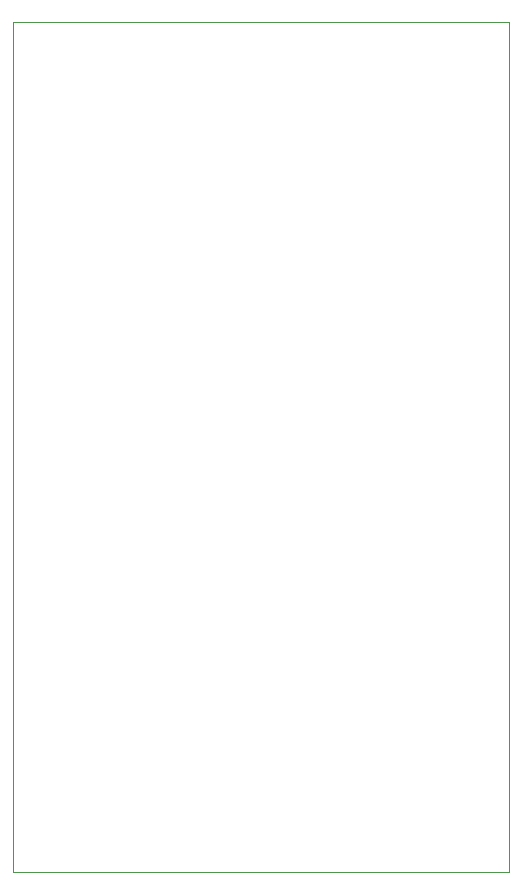
<source format=gbr>
%TF.GenerationSoftware,KiCad,Pcbnew,5.1.9+dfsg1-1*%
%TF.CreationDate,2021-05-25T18:36:33+02:00*%
%TF.ProjectId,vscp-din-wireless-esp8266-flat,76736370-2d64-4696-9e2d-776972656c65,rev?*%
%TF.SameCoordinates,Original*%
%TF.FileFunction,Profile,NP*%
%FSLAX46Y46*%
G04 Gerber Fmt 4.6, Leading zero omitted, Abs format (unit mm)*
G04 Created by KiCad (PCBNEW 5.1.9+dfsg1-1) date 2021-05-25 18:36:33*
%MOMM*%
%LPD*%
G01*
G04 APERTURE LIST*
%TA.AperFunction,Profile*%
%ADD10C,0.100000*%
%TD*%
G04 APERTURE END LIST*
D10*
X158000000Y-120000000D02*
X158000000Y-48000000D01*
X116000000Y-120000000D02*
X158000000Y-120000000D01*
X116000000Y-120000000D02*
X116000000Y-48000000D01*
X116000000Y-48000000D02*
X158000000Y-48000000D01*
M02*

</source>
